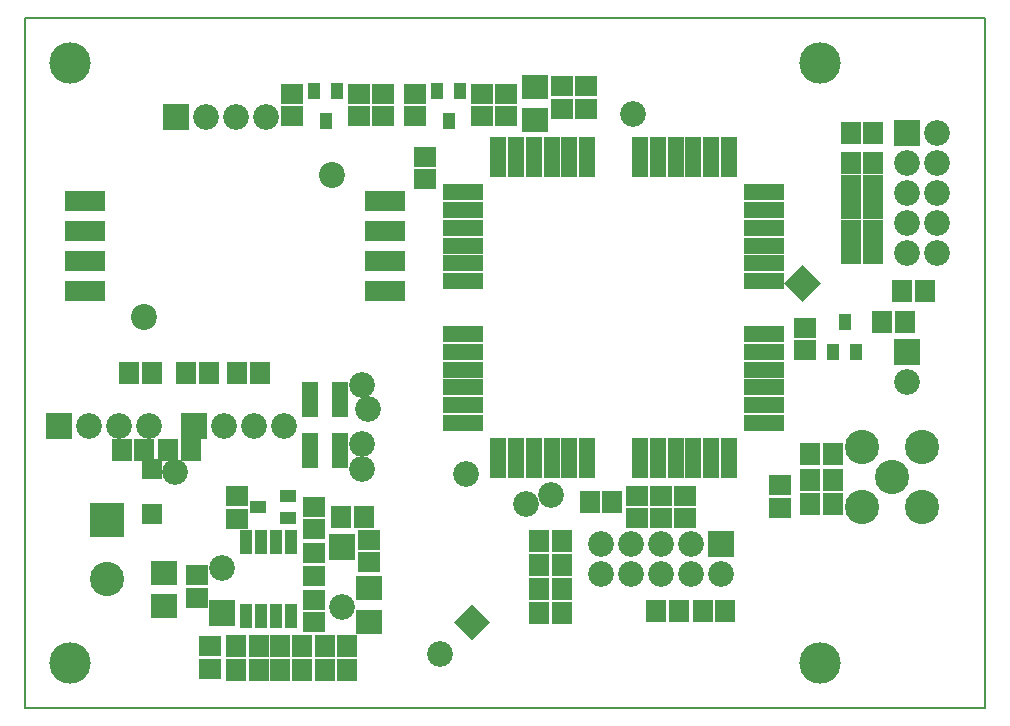
<source format=gbs>
%TF.FileFunction,Soldermask,Bot*%
%FSLAX46Y46*%
G04 Gerber Fmt 4.6, Leading zero omitted, Abs format (unit mm)*
G04 Created by KiCad (PCBNEW (2014-08-20 BZR 5085)-product) date Wed 10 Sep 2014 10:30:42 AM EEST*
%MOMM*%
G01*
G04 APERTURE LIST*
%ADD10C,0.150000*%
%ADD11R,3.400000X1.400000*%
%ADD12R,1.400000X3.400000*%
%ADD13C,2.900000*%
%ADD14R,1.898600X1.697940*%
%ADD15R,2.200860X1.997660*%
%ADD16R,1.697940X1.898600*%
%ADD17R,2.178000X2.178000*%
%ADD18C,2.178000*%
%ADD19R,1.416000X1.035000*%
%ADD20R,1.035000X2.051000*%
%ADD21R,1.035000X1.416000*%
%ADD22R,3.400000X1.700000*%
%ADD23C,2.200000*%
%ADD24R,2.899360X2.899360*%
%ADD25C,2.899360*%
%ADD26C,3.501340*%
%ADD27R,1.799540X1.799540*%
G04 APERTURE END LIST*
D10*
X0Y0D02*
X81280000Y0D01*
X0Y-58420000D02*
X0Y0D01*
X81280000Y-58420000D02*
X0Y-58420000D01*
X81280000Y0D02*
X81280000Y-58420000D01*
D11*
X37084000Y-34290000D03*
X37084000Y-32790000D03*
X37084000Y-31290000D03*
X37084000Y-29790000D03*
X37084000Y-28290000D03*
X37084000Y-26790000D03*
X37084000Y-22290000D03*
X37084000Y-20790000D03*
X37084000Y-19290000D03*
X37084000Y-17790000D03*
X37084000Y-16290000D03*
X37084000Y-14790000D03*
D12*
X40084000Y-11790000D03*
X41584000Y-11790000D03*
X43084000Y-11790000D03*
X44584000Y-11790000D03*
X46084000Y-11790000D03*
X47584000Y-11790000D03*
X52084000Y-11790000D03*
X53584000Y-11790000D03*
X55084000Y-11790000D03*
X56584000Y-11790000D03*
X58084000Y-11790000D03*
X59584000Y-11790000D03*
D11*
X62584000Y-14790000D03*
X62584000Y-16290000D03*
X62584000Y-17790000D03*
X62584000Y-19290000D03*
X62584000Y-20790000D03*
X62584000Y-22290000D03*
X62584000Y-26790000D03*
X62584000Y-28290000D03*
X62584000Y-29790000D03*
X62584000Y-31290000D03*
X62584000Y-32790000D03*
X62584000Y-34290000D03*
D12*
X59584000Y-37290000D03*
X58084000Y-37290000D03*
X56584000Y-37290000D03*
X55084000Y-37290000D03*
X53584000Y-37290000D03*
X52084000Y-37290000D03*
X47584000Y-37290000D03*
X46084000Y-37290000D03*
X44584000Y-37290000D03*
X43084000Y-37290000D03*
X41584000Y-37290000D03*
X40084000Y-37290000D03*
D13*
X73406000Y-38862000D03*
X70866000Y-36322000D03*
X70866000Y-41402000D03*
X75946000Y-41402000D03*
X75946000Y-36322000D03*
D14*
X14605000Y-47183040D03*
X14605000Y-49082960D03*
D15*
X29146500Y-48300640D03*
X29146500Y-51140360D03*
D16*
X25402540Y-55181500D03*
X27302460Y-55181500D03*
D14*
X24447500Y-41404540D03*
X24447500Y-43304460D03*
D15*
X11811000Y-46967140D03*
X11811000Y-49806860D03*
D17*
X16700500Y-50355500D03*
D18*
X16700500Y-46545500D03*
D16*
X26799540Y-42227500D03*
X28699460Y-42227500D03*
D10*
G36*
X37846000Y-49640921D02*
X39386079Y-51181000D01*
X37846000Y-52721079D01*
X36305921Y-51181000D01*
X37846000Y-49640921D01*
X37846000Y-49640921D01*
G37*
D18*
X35151923Y-53875077D03*
D16*
X19809460Y-55181500D03*
X17909540Y-55181500D03*
X19809460Y-53149500D03*
X17909540Y-53149500D03*
D17*
X26860500Y-44767500D03*
D18*
X26860500Y-49847500D03*
D14*
X24447500Y-49278540D03*
X24447500Y-51178460D03*
D16*
X21592540Y-55181500D03*
X23492460Y-55181500D03*
X25402540Y-53149500D03*
X27302460Y-53149500D03*
D14*
X17970500Y-42415460D03*
X17970500Y-40515540D03*
X29146500Y-44198540D03*
X29146500Y-46098460D03*
D16*
X21592540Y-53149500D03*
X23492460Y-53149500D03*
D14*
X24447500Y-47241460D03*
X24447500Y-45341540D03*
X15684500Y-53215540D03*
X15684500Y-55115460D03*
D19*
X22288500Y-40449500D03*
X19748500Y-41399460D03*
X22288500Y-42349420D03*
D20*
X22542500Y-50609500D03*
X21272500Y-50609500D03*
X20002500Y-50609500D03*
X18732500Y-50609500D03*
X18732500Y-44386500D03*
X20002500Y-44386500D03*
X21272500Y-44386500D03*
X22542500Y-44386500D03*
D16*
X66487040Y-39116000D03*
X68386960Y-39116000D03*
X66487040Y-41148000D03*
X68386960Y-41148000D03*
X66487040Y-36957000D03*
X68386960Y-36957000D03*
D14*
X63944500Y-41462960D03*
X63944500Y-39563040D03*
X30353000Y-6416040D03*
X30353000Y-8315960D03*
X22606000Y-8315960D03*
X22606000Y-6416040D03*
X28321000Y-8315960D03*
X28321000Y-6416040D03*
D21*
X24511000Y-6223000D03*
X25460960Y-8763000D03*
X26410920Y-6223000D03*
D14*
X40767000Y-8315960D03*
X40767000Y-6416040D03*
X33020000Y-6416040D03*
X33020000Y-8315960D03*
X38735000Y-6416040D03*
X38735000Y-8315960D03*
D21*
X34925000Y-6223000D03*
X35874960Y-8763000D03*
X36824920Y-6223000D03*
D16*
X13655040Y-30099000D03*
X15554960Y-30099000D03*
X10728960Y-30099000D03*
X8829040Y-30099000D03*
X17973040Y-30099000D03*
X19872960Y-30099000D03*
D14*
X33909000Y-13649960D03*
X33909000Y-11750040D03*
D22*
X30480000Y-23114000D03*
X30480000Y-20574000D03*
X30480000Y-18034000D03*
X30480000Y-15494000D03*
X5080000Y-23114000D03*
X5080000Y-20574000D03*
X5080000Y-18034000D03*
X5080000Y-15494000D03*
D23*
X25980000Y-13314000D03*
X10080000Y-25314000D03*
D10*
G36*
X67389579Y-22479000D02*
X65849500Y-24019079D01*
X64309421Y-22479000D01*
X65849500Y-20938921D01*
X67389579Y-22479000D01*
X67389579Y-22479000D01*
G37*
D18*
X51481090Y-8110590D03*
D24*
X6985000Y-42545000D03*
D25*
X6985000Y-47546260D03*
D17*
X74676000Y-28321000D03*
D18*
X74676000Y-30861000D03*
D14*
X66040000Y-28127960D03*
X66040000Y-26228040D03*
D16*
X74482960Y-25781000D03*
X72583040Y-25781000D03*
D21*
X70358000Y-28321000D03*
X69408040Y-25781000D03*
X68458080Y-28321000D03*
D17*
X74676000Y-9779000D03*
D18*
X77216000Y-9779000D03*
X74676000Y-12319000D03*
X77216000Y-12319000D03*
X74676000Y-14859000D03*
X77216000Y-14859000D03*
X74676000Y-17399000D03*
X77216000Y-17399000D03*
X74676000Y-19939000D03*
X77216000Y-19939000D03*
D16*
X71815960Y-9779000D03*
X69916040Y-9779000D03*
X71815960Y-12319000D03*
X69916040Y-12319000D03*
X71815960Y-14224000D03*
X69916040Y-14224000D03*
X71815960Y-16129000D03*
X69916040Y-16129000D03*
X76197460Y-23114000D03*
X74297540Y-23114000D03*
X71815960Y-18034000D03*
X69916040Y-18034000D03*
X71815960Y-19939000D03*
X69916040Y-19939000D03*
D14*
X47498000Y-5781040D03*
X47498000Y-7680960D03*
X45466000Y-5781040D03*
X45466000Y-7680960D03*
D16*
X12131040Y-36576000D03*
X14030960Y-36576000D03*
X47818040Y-41021000D03*
X49717960Y-41021000D03*
D19*
X24130000Y-37592000D03*
X24130000Y-36642040D03*
X24130000Y-35692080D03*
X26670000Y-35692080D03*
X26670000Y-36642040D03*
X26670000Y-37592000D03*
X26670000Y-31369000D03*
X26670000Y-32318960D03*
X26670000Y-33268920D03*
X24130000Y-33268920D03*
X24130000Y-32318960D03*
X24130000Y-31369000D03*
D17*
X58928000Y-44577000D03*
D18*
X58928000Y-47117000D03*
X56388000Y-44577000D03*
X56388000Y-47117000D03*
X53848000Y-44577000D03*
X53848000Y-47117000D03*
X51308000Y-44577000D03*
X51308000Y-47117000D03*
X48768000Y-44577000D03*
X48768000Y-47117000D03*
D17*
X14351000Y-34544000D03*
D18*
X16891000Y-34544000D03*
X19431000Y-34544000D03*
X21971000Y-34544000D03*
D17*
X2921000Y-34544000D03*
D18*
X5461000Y-34544000D03*
X8001000Y-34544000D03*
X10541000Y-34544000D03*
D17*
X12827000Y-8382000D03*
D18*
X15367000Y-8382000D03*
X17907000Y-8382000D03*
X20447000Y-8382000D03*
D15*
X43180000Y-5819140D03*
X43180000Y-8658860D03*
D16*
X59306460Y-50228500D03*
X57406540Y-50228500D03*
X55369460Y-50228500D03*
X53469540Y-50228500D03*
X45463460Y-50355500D03*
X43563540Y-50355500D03*
X45463460Y-48323500D03*
X43563540Y-48323500D03*
X45463460Y-46291500D03*
X43563540Y-46291500D03*
X45463460Y-44259500D03*
X43563540Y-44259500D03*
D14*
X55880000Y-42351960D03*
X55880000Y-40452040D03*
X53848000Y-42351960D03*
X53848000Y-40452040D03*
X51816000Y-42351960D03*
X51816000Y-40452040D03*
D26*
X67310000Y-3810000D03*
X3810000Y-3810000D03*
X3810000Y-54610000D03*
X67310000Y-54610000D03*
D16*
X8194040Y-36576000D03*
X10093960Y-36576000D03*
D27*
X10795000Y-42031920D03*
X10795000Y-38232080D03*
D18*
X42418000Y-41148000D03*
X28575000Y-38227000D03*
X44577000Y-40386000D03*
X28575000Y-31115000D03*
X12700000Y-38481000D03*
X29083000Y-33147000D03*
X28575000Y-36068000D03*
X37338000Y-38608000D03*
M02*

</source>
